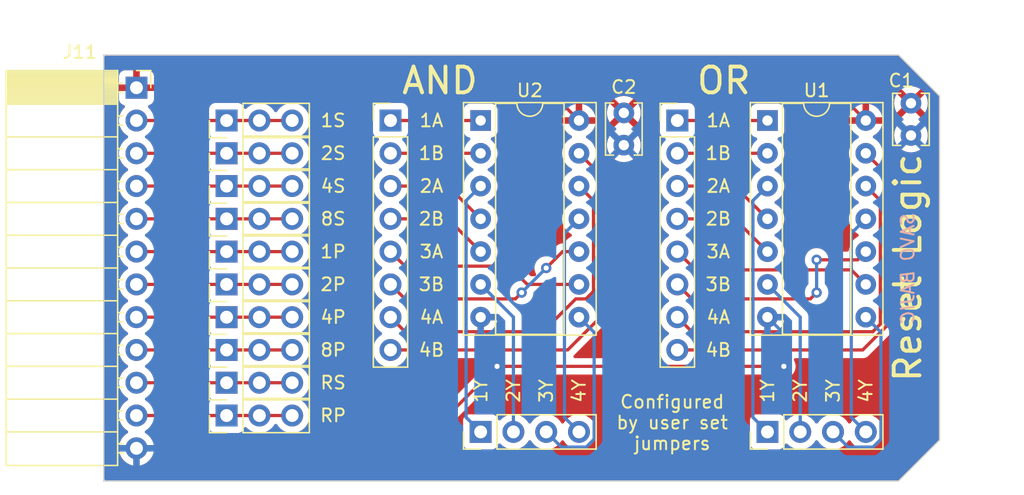
<source format=kicad_pcb>
(kicad_pcb (version 20221018) (generator pcbnew)
  (layers (0 "F.Cu" signal) (31 "B.Cu" signal) (34 "B.Paste" user) (35 "F.Paste" user) (36 "B.SilkS" user "B.Silkscreen") (37 "F.SilkS" user "F.Silkscreen") (38 "B.Mask" user) (39 "F.Mask" user) (44 "Edge.Cuts" user))
  (net 0 "")
  (net 1 "Net-(J1-Pin_1)")
  (net 2 "Net-(J1-Pin_2)")
  (net 3 "Net-(J1-Pin_3)")
  (net 4 "Net-(J1-Pin_4)")
  (net 5 "Net-(J1-Pin_5)")
  (net 6 "Net-(J1-Pin_6)")
  (net 7 "Net-(J1-Pin_7)")
  (net 8 "Net-(J1-Pin_8)")
  (net 9 "Net-(J2-Pin_1)")
  (net 10 "Net-(J2-Pin_2)")
  (net 11 "Net-(J2-Pin_3)")
  (net 12 "Net-(J2-Pin_4)")
  (net 13 "Net-(J2-Pin_5)")
  (net 14 "Net-(J2-Pin_6)")
  (net 15 "Net-(J2-Pin_7)")
  (net 16 "Net-(J2-Pin_8)")
  (net 17 "Net-(J3-Pin_1)")
  (net 18 "Net-(J3-Pin_2)")
  (net 19 "Net-(J3-Pin_3)")
  (net 20 "Net-(J3-Pin_4)")
  (net 21 "Net-(J4-Pin_1)")
  (net 22 "Net-(J4-Pin_2)")
  (net 23 "Net-(J4-Pin_3)")
  (net 24 "Net-(J4-Pin_4)")
  (net 25 "GND")
  (net 26 "VCC")
  (net 27 "/1S")
  (net 28 "/2S")
  (net 29 "/4S")
  (net 30 "/8S")
  (net 31 "/1P")
  (net 32 "/2P")
  (net 33 "/RP")
  (net 34 "/RS")
  (net 35 "/8P")
  (net 36 "/4P")
  (footprint "Connector_PinHeader_2.54mm:PinHeader_1x08_P2.54mm_Vertical" (layer "F.Cu") (at 112.395 85.09)
    (fp_text reference "J1" hide)
    (fp_text value "ORIN" hide)
    (fp_line (start -1.33 -1.33) (end 0 -1.33) (stroke (width 0.12)) (layer "F.SilkS"))
    (fp_line (start -1.33 0) (end -1.33 -1.33) (stroke (width 0.12)) (layer "F.SilkS"))
    (fp_line (start -1.33 1.27) (end -1.33 19.11) (stroke (width 0.12)) (layer "F.SilkS"))
    (fp_line (start -1.33 1.27) (end 1.33 1.27) (stroke (width 0.12)) (layer "F.SilkS"))
    (fp_line (start -1.33 19.11) (end 1.33 19.11) (stroke (width 0.12)) (layer "F.SilkS"))
    (fp_line (start 1.33 1.27) (end 1.33 19.11) (stroke (width 0.12)) (layer "F.SilkS"))
    (pad "1" thru_hole rect (at 0 0) (size 1.7 1.7) (drill 1) (layers "*.Cu" "*.Mask") (net 1 "Net-(J1-Pin_1)"))
    (pad "2" thru_hole oval (at 0 2.54) (size 1.7 1.7) (drill 1) (layers "*.Cu" "*.Mask") (net 2 "Net-(J1-Pin_2)"))
    (pad "3" thru_hole oval (at 0 5.08) (size 1.7 1.7) (drill 1) (layers "*.Cu" "*.Mask") (net 3 "Net-(J1-Pin_3)"))
    (pad "4" thru_hole oval (at 0 7.62) (size 1.7 1.7) (drill 1) (layers "*.Cu" "*.Mask") (net 4 "Net-(J1-Pin_4)"))
    (pad "5" thru_hole oval (at 0 10.16) (size 1.7 1.7) (drill 1) (layers "*.Cu" "*.Mask") (net 5 "Net-(J1-Pin_5)"))
    (pad "6" thru_hole oval (at 0 12.7) (size 1.7 1.7) (drill 1) (layers "*.Cu" "*.Mask") (net 6 "Net-(J1-Pin_6)"))
    (pad "7" thru_hole oval (at 0 15.24) (size 1.7 1.7) (drill 1) (layers "*.Cu" "*.Mask") (net 7 "Net-(J1-Pin_7)"))
    (pad "8" thru_hole oval (at 0 17.78) (size 1.7 1.7) (drill 1) (layers "*.Cu" "*.Mask") (net 8 "Net-(J1-Pin_8)"))
  )
  (footprint "Connector_PinHeader_2.54mm:PinHeader_1x08_P2.54mm_Vertical" (layer "F.Cu") (at 90.17 85.09)
    (fp_text reference "J2" hide)
    (fp_text value "ANDIN" hide)
    (fp_line (start -1.33 -1.33) (end 0 -1.33) (stroke (width 0.12)) (layer "F.SilkS"))
    (fp_line (start -1.33 0) (end -1.33 -1.33) (stroke (width 0.12)) (layer "F.SilkS"))
    (fp_line (start -1.33 1.27) (end -1.33 19.11) (stroke (width 0.12)) (layer "F.SilkS"))
    (fp_line (start -1.33 1.27) (end 1.33 1.27) (stroke (width 0.12)) (layer "F.SilkS"))
    (fp_line (start -1.33 19.11) (end 1.33 19.11) (stroke (width 0.12)) (layer "F.SilkS"))
    (fp_line (start 1.33 1.27) (end 1.33 19.11) (stroke (width 0.12)) (layer "F.SilkS"))
    (pad "1" thru_hole rect (at 0 0) (size 1.7 1.7) (drill 1) (layers "*.Cu" "*.Mask") (net 9 "Net-(J2-Pin_1)"))
    (pad "2" thru_hole oval (at 0 2.54) (size 1.7 1.7) (drill 1) (layers "*.Cu" "*.Mask") (net 10 "Net-(J2-Pin_2)"))
    (pad "3" thru_hole oval (at 0 5.08) (size 1.7 1.7) (drill 1) (layers "*.Cu" "*.Mask") (net 11 "Net-(J2-Pin_3)"))
    (pad "4" thru_hole oval (at 0 7.62) (size 1.7 1.7) (drill 1) (layers "*.Cu" "*.Mask") (net 12 "Net-(J2-Pin_4)"))
    (pad "5" thru_hole oval (at 0 10.16) (size 1.7 1.7) (drill 1) (layers "*.Cu" "*.Mask") (net 13 "Net-(J2-Pin_5)"))
    (pad "6" thru_hole oval (at 0 12.7) (size 1.7 1.7) (drill 1) (layers "*.Cu" "*.Mask") (net 14 "Net-(J2-Pin_6)"))
    (pad "7" thru_hole oval (at 0 15.24) (size 1.7 1.7) (drill 1) (layers "*.Cu" "*.Mask") (net 15 "Net-(J2-Pin_7)"))
    (pad "8" thru_hole oval (at 0 17.78) (size 1.7 1.7) (drill 1) (layers "*.Cu" "*.Mask") (net 16 "Net-(J2-Pin_8)"))
  )
  (footprint "Connector_PinHeader_2.54mm:PinHeader_1x04_P2.54mm_Vertical" (layer "F.Cu") (at 97.155 109.22 90)
    (fp_text reference "J3" hide)
    (fp_text value "ADDOUT" hide)
    (fp_line (start -1.33 -1.33) (end 0 -1.33) (stroke (width 0.12)) (layer "F.SilkS"))
    (fp_line (start -1.33 0) (end -1.33 -1.33) (stroke (width 0.12)) (layer "F.SilkS"))
    (fp_line (start -1.33 1.27) (end -1.33 8.95) (stroke (width 0.12)) (layer "F.SilkS"))
    (fp_line (start -1.33 1.27) (end 1.33 1.27) (stroke (width 0.12)) (layer "F.SilkS"))
    (fp_line (start -1.33 8.95) (end 1.33 8.95) (stroke (width 0.12)) (layer "F.SilkS"))
    (fp_line (start 1.33 1.27) (end 1.33 8.95) (stroke (width 0.12)) (layer "F.SilkS"))
    (pad "1" thru_hole rect (at 0 0 90) (size 1.7 1.7) (drill 1) (layers "*.Cu" "*.Mask") (net 17 "Net-(J3-Pin_1)"))
    (pad "2" thru_hole oval (at 0 2.54 90) (size 1.7 1.7) (drill 1) (layers "*.Cu" "*.Mask") (net 18 "Net-(J3-Pin_2)"))
    (pad "3" thru_hole oval (at 0 5.08 90) (size 1.7 1.7) (drill 1) (layers "*.Cu" "*.Mask") (net 19 "Net-(J3-Pin_3)"))
    (pad "4" thru_hole oval (at 0 7.62 90) (size 1.7 1.7) (drill 1) (layers "*.Cu" "*.Mask") (net 20 "Net-(J3-Pin_4)"))
  )
  (footprint "Connector_PinHeader_2.54mm:PinHeader_1x04_P2.54mm_Vertical" (layer "F.Cu") (at 119.38 109.22 90)
    (fp_text reference "J4" hide)
    (fp_text value "OROUT" hide)
    (fp_line (start -1.33 -1.33) (end 0 -1.33) (stroke (width 0.12)) (layer "F.SilkS"))
    (fp_line (start -1.33 0) (end -1.33 -1.33) (stroke (width 0.12)) (layer "F.SilkS"))
    (fp_line (start -1.33 1.27) (end -1.33 8.95) (stroke (width 0.12)) (layer "F.SilkS"))
    (fp_line (start -1.33 1.27) (end 1.33 1.27) (stroke (width 0.12)) (layer "F.SilkS"))
    (fp_line (start -1.33 8.95) (end 1.33 8.95) (stroke (width 0.12)) (layer "F.SilkS"))
    (fp_line (start 1.33 1.27) (end 1.33 8.95) (stroke (width 0.12)) (layer "F.SilkS"))
    (pad "1" thru_hole rect (at 0 0 90) (size 1.7 1.7) (drill 1) (layers "*.Cu" "*.Mask") (net 21 "Net-(J4-Pin_1)"))
    (pad "2" thru_hole oval (at 0 2.54 90) (size 1.7 1.7) (drill 1) (layers "*.Cu" "*.Mask") (net 22 "Net-(J4-Pin_2)"))
    (pad "3" thru_hole oval (at 0 5.08 90) (size 1.7 1.7) (drill 1) (layers "*.Cu" "*.Mask") (net 23 "Net-(J4-Pin_3)"))
    (pad "4" thru_hole oval (at 0 7.62 90) (size 1.7 1.7) (drill 1) (layers "*.Cu" "*.Mask") (net 24 "Net-(J4-Pin_4)"))
  )
  (footprint "Connector_PinHeader_2.54mm:PinHeader_1x03_P2.54mm_Vertical" (layer "F.Cu") (at 77.47 85.09 90)
    (fp_text reference "J5" hide)
    (fp_text value "Conn_01x03_Male" hide)
    (fp_line (start -1.33 -1.33) (end 0 -1.33) (stroke (width 0.12)) (layer "F.SilkS"))
    (fp_line (start -1.33 0) (end -1.33 -1.33) (stroke (width 0.12)) (layer "F.SilkS"))
    (fp_line (start -1.33 1.27) (end -1.33 6.41) (stroke (width 0.12)) (layer "F.SilkS"))
    (fp_line (start -1.33 1.27) (end 1.33 1.27) (stroke (width 0.12)) (layer "F.SilkS"))
    (fp_line (start -1.33 6.41) (end 1.33 6.41) (stroke (width 0.12)) (layer "F.SilkS"))
    (fp_line (start 1.33 1.27) (end 1.33 6.41) (stroke (width 0.12)) (layer "F.SilkS"))
    (pad "1" thru_hole rect (at 0 0 90) (size 1.7 1.7) (drill 1) (layers "*.Cu" "*.Mask") (net 27 "/1S"))
    (pad "2" thru_hole oval (at 0 2.54 90) (size 1.7 1.7) (drill 1) (layers "*.Cu" "*.Mask") (net 27 "/1S"))
    (pad "3" thru_hole oval (at 0 5.08 90) (size 1.7 1.7) (drill 1) (layers "*.Cu" "*.Mask") (net 27 "/1S"))
  )
  (footprint "Connector_PinHeader_2.54mm:PinHeader_1x03_P2.54mm_Vertical" (layer "F.Cu") (at 77.47 87.63 90)
    (fp_text reference "J6" hide)
    (fp_text value "Conn_01x03_Male" hide)
    (fp_line (start -1.33 -1.33) (end 0 -1.33) (stroke (width 0.12)) (layer "F.SilkS"))
    (fp_line (start -1.33 0) (end -1.33 -1.33) (stroke (width 0.12)) (layer "F.SilkS"))
    (fp_line (start -1.33 1.27) (end -1.33 6.41) (stroke (width 0.12)) (layer "F.SilkS"))
    (fp_line (start -1.33 1.27) (end 1.33 1.27) (stroke (width 0.12)) (layer "F.SilkS"))
    (fp_line (start -1.33 6.41) (end 1.33 6.41) (stroke (width 0.12)) (layer "F.SilkS"))
    (fp_line (start 1.33 1.27) (end 1.33 6.41) (stroke (width 0.12)) (layer "F.SilkS"))
    (pad "1" thru_hole rect (at 0 0 90) (size 1.7 1.7) (drill 1) (layers "*.Cu" "*.Mask") (net 28 "/2S"))
    (pad "2" thru_hole oval (at 0 2.54 90) (size 1.7 1.7) (drill 1) (layers "*.Cu" "*.Mask") (net 28 "/2S"))
    (pad "3" thru_hole oval (at 0 5.08 90) (size 1.7 1.7) (drill 1) (layers "*.Cu" "*.Mask") (net 28 "/2S"))
  )
  (footprint "Connector_PinHeader_2.54mm:PinHeader_1x03_P2.54mm_Vertical" (layer "F.Cu") (at 77.47 90.17 90)
    (fp_text reference "J7" hide)
    (fp_text value "Conn_01x03_Male" hide)
    (fp_line (start -1.33 -1.33) (end 0 -1.33) (stroke (width 0.12)) (layer "F.SilkS"))
    (fp_line (start -1.33 0) (end -1.33 -1.33) (stroke (width 0.12)) (layer "F.SilkS"))
    (fp_line (start -1.33 1.27) (end -1.33 6.41) (stroke (width 0.12)) (layer "F.SilkS"))
    (fp_line (start -1.33 1.27) (end 1.33 1.27) (stroke (width 0.12)) (layer "F.SilkS"))
    (fp_line (start -1.33 6.41) (end 1.33 6.41) (stroke (width 0.12)) (layer "F.SilkS"))
    (fp_line (start 1.33 1.27) (end 1.33 6.41) (stroke (width 0.12)) (layer "F.SilkS"))
    (pad "1" thru_hole rect (at 0 0 90) (size 1.7 1.7) (drill 1) (layers "*.Cu" "*.Mask") (net 29 "/4S"))
    (pad "2" thru_hole oval (at 0 2.54 90) (size 1.7 1.7) (drill 1) (layers "*.Cu" "*.Mask") (net 29 "/4S"))
    (pad "3" thru_hole oval (at 0 5.08 90) (size 1.7 1.7) (drill 1) (layers "*.Cu" "*.Mask") (net 29 "/4S"))
  )
  (footprint "Connector_PinHeader_2.54mm:PinHeader_1x03_P2.54mm_Vertical" (layer "F.Cu") (at 77.47 92.71 90)
    (fp_text reference "J8" hide)
    (fp_text value "Conn_01x03_Male" hide)
    (fp_line (start -1.33 -1.33) (end 0 -1.33) (stroke (width 0.12)) (layer "F.SilkS"))
    (fp_line (start -1.33 0) (end -1.33 -1.33) (stroke (width 0.12)) (layer "F.SilkS"))
    (fp_line (start -1.33 1.27) (end -1.33 6.41) (stroke (width 0.12)) (layer "F.SilkS"))
    (fp_line (start -1.33 1.27) (end 1.33 1.27) (stroke (width 0.12)) (layer "F.SilkS"))
    (fp_line (start -1.33 6.41) (end 1.33 6.41) (stroke (width 0.12)) (layer "F.SilkS"))
    (fp_line (start 1.33 1.27) (end 1.33 6.41) (stroke (width 0.12)) (layer "F.SilkS"))
    (pad "1" thru_hole rect (at 0 0 90) (size 1.7 1.7) (drill 1) (layers "*.Cu" "*.Mask") (net 30 "/8S"))
    (pad "2" thru_hole oval (at 0 2.54 90) (size 1.7 1.7) (drill 1) (layers "*.Cu" "*.Mask") (net 30 "/8S"))
    (pad "3" thru_hole oval (at 0 5.08 90) (size 1.7 1.7) (drill 1) (layers "*.Cu" "*.Mask") (net 30 "/8S"))
  )
  (footprint "Connector_PinHeader_2.54mm:PinHeader_1x03_P2.54mm_Vertical" (layer "F.Cu") (at 77.47 95.25 90)
    (fp_text reference "J9" hide)
    (fp_text value "Conn_01x03_Male" hide)
    (fp_line (start -1.33 -1.33) (end 0 -1.33) (stroke (width 0.12)) (layer "F.SilkS"))
    (fp_line (start -1.33 0) (end -1.33 -1.33) (stroke (width 0.12)) (layer "F.SilkS"))
    (fp_line (start -1.33 1.27) (end -1.33 6.41) (stroke (width 0.12)) (layer "F.SilkS"))
    (fp_line (start -1.33 1.27) (end 1.33 1.27) (stroke (width 0.12)) (layer "F.SilkS"))
    (fp_line (start -1.33 6.41) (end 1.33 6.41) (stroke (width 0.12)) (layer "F.SilkS"))
    (fp_line (start 1.33 1.27) (end 1.33 6.41) (stroke (width 0.12)) (layer "F.SilkS"))
    (pad "1" thru_hole rect (at 0 0 90) (size 1.7 1.7) (drill 1) (layers "*.Cu" "*.Mask") (net 31 "/1P"))
    (pad "2" thru_hole oval (at 0 2.54 90) (size 1.7 1.7) (drill 1) (layers "*.Cu" "*.Mask") (net 31 "/1P"))
    (pad "3" thru_hole oval (at 0 5.08 90) (size 1.7 1.7) (drill 1) (layers "*.Cu" "*.Mask") (net 31 "/1P"))
  )
  (footprint "Connector_PinHeader_2.54mm:PinHeader_1x03_P2.54mm_Vertical" (layer "F.Cu") (at 77.47 97.79 90)
    (fp_text reference "J10" hide)
    (fp_text value "Conn_01x03_Male" hide)
    (fp_line (start -1.33 -1.33) (end 0 -1.33) (stroke (width 0.12)) (layer "F.SilkS"))
    (fp_line (start -1.33 0) (end -1.33 -1.33) (stroke (width 0.12)) (layer "F.SilkS"))
    (fp_line (start -1.33 1.27) (end -1.33 6.41) (stroke (width 0.12)) (layer "F.SilkS"))
    (fp_line (start -1.33 1.27) (end 1.33 1.27) (stroke (width 0.12)) (layer "F.SilkS"))
    (fp_line (start -1.33 6.41) (end 1.33 6.41) (stroke (width 0.12)) (layer "F.SilkS"))
    (fp_line (start 1.33 1.27) (end 1.33 6.41) (stroke (width 0.12)) (layer "F.SilkS"))
    (pad "1" thru_hole rect (at 0 0 90) (size 1.7 1.7) (drill 1) (layers "*.Cu" "*.Mask") (net 32 "/2P"))
    (pad "2" thru_hole oval (at 0 2.54 90) (size 1.7 1.7) (drill 1) (layers "*.Cu" "*.Mask") (net 32 "/2P"))
    (pad "3" thru_hole oval (at 0 5.08 90) (size 1.7 1.7) (drill 1) (layers "*.Cu" "*.Mask") (net 32 "/2P"))
  )
  (footprint "Connector_PinSocket_2.54mm:PinSocket_1x12_P2.54mm_Horizontal" (layer "F.Cu") (at 70.485 82.55)
    (fp_text reference "J11" (at -4.38 -2.77) (layer "F.SilkS"))
    (fp_text value "DISP")
    (fp_line (start -10.09 -1.33) (end -10.09 29.27) (stroke (width 0.12)) (layer "F.SilkS"))
    (fp_line (start -10.09 -1.33) (end -1.46 -1.33) (stroke (width 0.12)) (layer "F.SilkS"))
    (fp_line (start -10.09 -1.21) (end -1.46 -1.21) (stroke (width 0.12)) (layer "F.SilkS"))
    (fp_line (start -10.09 -1.091905) (end -1.46 -1.091905) (stroke (width 0.12)) (layer "F.SilkS"))
    (fp_line (start -10.09 -0.97381) (end -1.46 -0.97381) (stroke (width 0.12)) (layer "F.SilkS"))
    (fp_line (start -10.09 -0.855715) (end -1.46 -0.855715) (stroke (width 0.12)) (layer "F.SilkS"))
    (fp_line (start -10.09 -0.73762) (end -1.46 -0.73762) (stroke (width 0.12)) (layer "F.SilkS"))
    (fp_line (start -10.09 -0.619525) (end -1.46 -0.619525) (stroke (width 0.12)) (layer "F.SilkS"))
    (fp_line (start -10.09 -0.50143) (end -1.46 -0.50143) (stroke (width 0.12)) (layer "F.SilkS"))
    (fp_line (start -10.09 -0.383335) (end -1.46 -0.383335) (stroke (width 0.12)) (layer "F.SilkS"))
    (fp_line (start -10.09 -0.26524) (end -1.46 -0.26524) (stroke (width 0.12)) (layer "F.SilkS"))
    (fp_line (start -10.09 -0.147145) (end -1.46 -0.147145) (stroke (width 0.12)) (layer "F.SilkS"))
    (fp_line (start -10.09 -0.02905) (end -1.46 -0.02905) (stroke (width 0.12)) (layer "F.SilkS"))
    (fp_line (start -10.09 0.089045) (end -1.46 0.089045) (stroke (width 0.12)) (layer "F.SilkS"))
    (fp_line (start -10.09 0.20714) (end -1.46 0.20714) (stroke (width 0.12)) (layer "F.SilkS"))
    (fp_line (start -10.09 0.325235) (end -1.46 0.325235) (stroke (width 0.12)) (layer "F.SilkS"))
    (fp_line (start -10.09 0.44333) (end -1.46 0.44333) (stroke (width 0.12)) (layer "F.SilkS"))
    (fp_line (start -10.09 0.561425) (end -1.46 0.561425) (stroke (width 0.12)) (layer "F.SilkS"))
    (fp_line (start -10.09 0.67952) (end -1.46 0.67952) (stroke (width 0.12)) (layer "F.SilkS"))
    (fp_line (start -10.09 0.797615) (end -1.46 0.797615) (stroke (width 0.12)) (layer "F.SilkS"))
    (fp_line (start -10.09 0.91571) (end -1.46 0.91571) (stroke (width 0.12)) (layer "F.SilkS"))
    (fp_line (start -10.09 1.033805) (end -1.46 1.033805) (stroke (width 0.12)) (layer "F.SilkS"))
    (fp_line (start -10.09 1.1519) (end -1.46 1.1519) (stroke (width 0.12)) (layer "F.SilkS"))
    (fp_line (start -10.09 1.27) (end -1.46 1.27) (stroke (width 0.12)) (layer "F.SilkS"))
    (fp_line (start -10.09 3.81) (end -1.46 3.81) (stroke (width 0.12)) (layer "F.SilkS"))
    (fp_line (start -10.09 6.35) (end -1.46 6.35) (stroke (width 0.12)) (layer "F.SilkS"))
    (fp_line (start -10.09 8.89) (end -1.46 8.89) (stroke (width 0.12)) (layer "F.SilkS"))
    (fp_line (start -10.09 11.43) (end -1.46 11.43) (stroke (width 0.12)) (layer "F.SilkS"))
    (fp_line (start -10.09 13.97) (end -1.46 13.97) (stroke (width 0.12)) (layer "F.SilkS"))
    (fp_line (start -10.09 16.51) (end -1.46 16.51) (stroke (width 0.12)) (layer "F.SilkS"))
    (fp_line (start -10.09 19.05) (end -1.46 19.05) (stroke (width 0.12)) (layer "F.SilkS"))
    (fp_line (start -10.09 21.59) (end -1.46 21.59) (stroke (width 0.12)) (layer "F.SilkS"))
    (fp_line (start -10.09 24.13) (end -1.46 24.13) (stroke (width 0.12)) (layer "F.SilkS"))
    (fp_line (start -10.09 26.67) (end -1.46 26.67) (stroke (width 0.12)) (layer "F.SilkS"))
    (fp_line (start -10.09 29.27) (end -1.46 29.27) (stroke (width 0.12)) (layer "F.SilkS"))
    (fp_line (start -1.46 -1.33) (end -1.46 29.27) (stroke (width 0.12)) (layer "F.SilkS"))
    (fp_line (start -1.46 -0.36) (end -1.11 -0.36) (stroke (width 0.12)) (layer "F.SilkS"))
    (fp_line (start -1.46 0.36) (end -1.11 0.36) (stroke (width 0.12)) (layer "F.SilkS"))
    (fp_line (start -1.46 2.18) (end -1.05 2.18) (stroke (width 0.12)) (layer "F.SilkS"))
    (fp_line (start -1.46 2.9) (end -1.05 2.9) (stroke (width 0.12)) (layer "F.SilkS"))
    (fp_line (start -1.46 4.72) (end -1.05 4.72) (stroke (width 0.12)) (layer "F.SilkS"))
    (fp_line (start -1.46 5.44) (end -1.05 5.44) (stroke (width 0.12)) (layer "F.SilkS"))
    (fp_line (start -1.46 7.26) (end -1.05 7.26) (stroke (width 0.12)) (layer "F.SilkS"))
    (fp_line (start -1.46 7.98) (end -1.05 7.98) (stroke (width 0.12)) (layer "F.SilkS"))
    (fp_line (start -1.46 9.8) (end -1.05 9.8) (stroke (width 0.12)) (layer "F.SilkS"))
    (fp_line (start -1.46 10.52) (end -1.05 10.52) (stroke (width 0.12)) (layer "F.SilkS"))
    (fp_line (start -1.46 12.34) (end -1.05 12.34) (stroke (width 0.12)) (layer "F.SilkS"))
    (fp_line (start -1.46 13.06) (end -1.05 13.06) (stroke (width 0.12)) (layer "F.SilkS"))
    (fp_line (start -1.46 14.88) (end -1.05 14.88) (stroke (width 0.12)) (layer "F.SilkS"))
    (fp_line (start -1.46 15.6) (end -1.05 15.6) (stroke (width 0.12)) (layer "F.SilkS"))
    (fp_line (start -1.46 17.42) (end -1.05 17.42) (stroke (width 0.12)) (layer "F.SilkS"))
    (fp_line (start -1.46 18.14) (end -1.05 18.14) (stroke (width 0.12)) (layer "F.SilkS"))
    (fp_line (start -1.46 19.96) (end -1.05 19.96) (stroke (width 0.12)) (layer "F.SilkS"))
    (fp_line (start -1.46 20.68) (end -1.05 20.68) (stroke (width 0.12)) (layer "F.SilkS"))
    (fp_line (start -1.46 22.5) (end -1.05 22.5) (stroke (width 0.12)) (layer "F.SilkS"))
    (fp_line (start -1.46 23.22) (end -1.05 23.22) (stroke (width 0.12)) (layer "F.SilkS"))
    (fp_line (start -1.46 25.04) (end -1.05 25.04) (stroke (width 0.12)) (layer "F.SilkS"))
    (fp_line (start -1.46 25.76) (end -1.05 25.76) (stroke (width 0.12)) (layer "F.SilkS"))
    (fp_line (start -1.46 27.58) (end -1.05 27.58) (stroke (width 0.12)) (layer "F.SilkS"))
    (fp_line (start -1.46 28.3) (end -1.05 28.3) (stroke (width 0.12)) (layer "F.SilkS"))
    (fp_line (start 0 -1.33) (end 1.11 -1.33) (stroke (width 0.12)) (layer "F.SilkS"))
    (fp_line (start 1.11 -1.33) (end 1.11 0) (stroke (width 0.12)) (layer "F.SilkS"))
    (pad "1" thru_hole rect (at 0 0) (size 1.7 1.7) (drill 1) (layers "*.Cu" "*.Mask") (net 26 "VCC"))
    (pad "2" thru_hole oval (at 0 2.54) (size 1.7 1.7) (drill 1) (layers "*.Cu" "*.Mask") (net 27 "/1S"))
    (pad "3" thru_hole oval (at 0 5.08) (size 1.7 1.7) (drill 1) (layers "*.Cu" "*.Mask") (net 28 "/2S"))
    (pad "4" thru_hole oval (at 0 7.62) (size 1.7 1.7) (drill 1) (layers "*.Cu" "*.Mask") (net 29 "/4S"))
    (pad "5" thru_hole oval (at 0 10.16) (size 1.7 1.7) (drill 1) (layers "*.Cu" "*.Mask") (net 30 "/8S"))
    (pad "6" thru_hole oval (at 0 12.7) (size 1.7 1.7) (drill 1) (layers "*.Cu" "*.Mask") (net 31 "/1P"))
    (pad "7" thru_hole oval (at 0 15.24) (size 1.7 1.7) (drill 1) (layers "*.Cu" "*.Mask") (net 32 "/2P"))
    (pad "8" thru_hole oval (at 0 17.78) (size 1.7 1.7) (drill 1) (layers "*.Cu" "*.Mask") (net 36 "/4P"))
    (pad "9" thru_hole oval (at 0 20.32) (size 1.7 1.7) (drill 1) (layers "*.Cu" "*.Mask") (net 35 "/8P"))
    (pad "10" thru_hole oval (at 0 22.86) (size 1.7 1.7) (drill 1) (layers "*.Cu" "*.Mask") (net 34 "/RS"))
    (pad "11" thru_hole oval (at 0 25.4) (size 1.7 1.7) (drill 1) (layers "*.Cu" "*.Mask") (net 33 "/RP"))
    (pad "12" thru_hole oval (at 0 27.94) (size 1.7 1.7) (drill 1) (layers "*.Cu" "*.Mask") (net 25 "GND"))
  )
  (footprint "Connector_PinHeader_2.54mm:PinHeader_1x03_P2.54mm_Vertical" (layer "F.Cu") (at 77.47 100.33 90)
    (fp_text reference "J12" hide)
    (fp_text value "Conn_01x03_Male" hide)
    (fp_line (start -1.33 -1.33) (end 0 -1.33) (stroke (width 0.12)) (layer "F.SilkS"))
    (fp_line (start -1.33 0) (end -1.33 -1.33) (stroke (width 0.12)) (layer "F.SilkS"))
    (fp_line (start -1.33 1.27) (end -1.33 6.41) (stroke (width 0.12)) (layer "F.SilkS"))
    (fp_line (start -1.33 1.27) (end 1.33 1.27) (stroke (width 0.12)) (layer "F.SilkS"))
    (fp_line (start -1.33 6.41) (end 1.33 6.41) (stroke (width 0.12)) (layer "F.SilkS"))
    (fp_line (start 1.33 1.27) (end 1.33 6.41) (stroke (width 0.12)) (layer "F.SilkS"))
    (pad "1" thru_hole rect (at 0 0 90) (size 1.7 1.7) (drill 1) (layers "*.Cu" "*.Mask") (net 36 "/4P"))
    (pad "2" thru_hole oval (at 0 2.54 90) (size 1.7 1.7) (drill 1) (layers "*.Cu" "*.Mask") (net 36 "/4P"))
    (pad "3" thru_hole oval (at 0 5.08 90) (size 1.7 1.7) (drill 1) (layers "*.Cu" "*.Mask") (net 36 "/4P"))
  )
  (footprint "Connector_PinHeader_2.54mm:PinHeader_1x03_P2.54mm_Vertical" (layer "F.Cu") (at 77.47 102.87 90)
    (fp_text reference "J13" hide)
    (fp_text value "Conn_01x03_Male" hide)
    (fp_line (start -1.33 -1.33) (end 0 -1.33) (stroke (width 0.12)) (layer "F.SilkS"))
    (fp_line (start -1.33 0) (end -1.33 -1.33) (stroke (width 0.12)) (layer "F.SilkS"))
    (fp_line (start -1.33 1.27) (end -1.33 6.41) (stroke (width 0.12)) (layer "F.SilkS"))
    (fp_line (start -1.33 1.27) (end 1.33 1.27) (stroke (width 0.12)) (layer "F.SilkS"))
    (fp_line (start -1.33 6.41) (end 1.33 6.41) (stroke (width 0.12)) (layer "F.SilkS"))
    (fp_line (start 1.33 1.27) (end 1.33 6.41) (stroke (width 0.12)) (layer "F.SilkS"))
    (pad "1" thru_hole rect (at 0 0 90) (size 1.7 1.7) (drill 1) (layers "*.Cu" "*.Mask") (net 35 "/8P"))
    (pad "2" thru_hole oval (at 0 2.54 90) (size 1.7 1.7) (drill 1) (layers "*.Cu" "*.Mask") (net 35 "/8P"))
    (pad "3" thru_hole oval (at 0 5.08 90) (size 1.7 1.7) (drill 1) (layers "*.Cu" "*.Mask") (net 35 "/8P"))
  )
  (footprint "Connector_PinHeader_2.54mm:PinHeader_1x03_P2.54mm_Vertical" (layer "F.Cu") (at 77.47 105.41 90)
    (fp_text reference "J14" hide)
    (fp_text value "Conn_01x03_Male" hide)
    (fp_line (start -1.33 -1.33) (end 0 -1.33) (stroke (width 0.12)) (layer "F.SilkS"))
    (fp_line (start -1.33 0) (end -1.33 -1.33) (stroke (width 0.12)) (layer "F.SilkS"))
    (fp_line (start -1.33 1.27) (end -1.33 6.41) (stroke (width 0.12)) (layer "F.SilkS"))
    (fp_line (start -1.33 1.27) (end 1.33 1.27) (stroke (width 0.12)) (layer "F.SilkS"))
    (fp_line (start -1.33 6.41) (end 1.33 6.41) (stroke (width 0.12)) (layer "F.SilkS"))
    (fp_line (start 1.33 1.27) (end 1.33 6.41) (stroke (width 0.12)) (layer "F.SilkS"))
    (pad "1" thru_hole rect (at 0 0 90) (size 1.7 1.7) (drill 1) (layers "*.Cu" "*.Mask") (net 34 "/RS"))
    (pad "2" thru_hole oval (at 0 2.54 90) (size 1.7 1.7) (drill 1) (layers "*.Cu" "*.Mask") (net 34 "/RS"))
    (pad "3" thru_hole oval (at 0 5.08 90) (size 1.7 1.7) (drill 1) (layers "*.Cu" "*.Mask") (net 34 "/RS"))
  )
  (footprint "Connector_PinHeader_2.54mm:PinHeader_1x03_P2.54mm_Vertical" (layer "F.Cu") (at 77.47 107.95 90)
    (fp_text reference "J15" hide)
    (fp_text value "Conn_01x03_Male" hide)
    (fp_line (start -1.33 -1.33) (end 0 -1.33) (stroke (width 0.12)) (layer "F.SilkS"))
    (fp_line (start -1.33 0) (end -1.33 -1.33) (stroke (width 0.12)) (layer "F.SilkS"))
    (fp_line (start -1.33 1.27) (end -1.33 6.41) (stroke (width 0.12)) (layer "F.SilkS"))
    (fp_line (start -1.33 1.27) (end 1.33 1.27) (stroke (width 0.12)) (layer "F.SilkS"))
    (fp_line (start -1.33 6.41) (end 1.33 6.41) (stroke (width 0.12)) (layer "F.SilkS"))
    (fp_line (start 1.33 1.27) (end 1.33 6.41) (stroke (width 0.12)) (layer "F.SilkS"))
    (pad "1" thru_hole rect (at 0 0 90) (size 1.7 1.7) (drill 1) (layers "*.Cu" "*.Mask") (net 33 "/RP"))
    (pad "2" thru_hole oval (at 0 2.54 90) (size 1.7 1.7) (drill 1) (layers "*.Cu" "*.Mask") (net 33 "/RP"))
    (pad "3" thru_hole oval (at 0 5.08 90) (size 1.7 1.7) (drill 1) (layers "*.Cu" "*.Mask") (net 33 "/RP"))
  )
  (footprint "Package_DIP:DIP-14_W7.62mm_Socket" (layer "F.Cu") (at 119.38 85.09)
    (fp_text reference "U1" (at 3.81 -2.33) (layer "F.SilkS"))
    (fp_text value "74LS32")
    (fp_line (start -1.33 -1.39) (end -1.33 16.63) (stroke (width 0.12)) (layer "F.SilkS"))
    (fp_line (start -1.33 16.63) (end 8.95 16.63) (stroke (width 0.12)) (layer "F.SilkS"))
    (fp_line (start 1.16 -1.33) (end 1.16 16.57) (stroke (width 0.12)) (layer "F.SilkS"))
    (fp_line (start 1.16 16.57) (end 6.46 16.57) (stroke (width 0.12)) (layer "F.SilkS"))
    (fp_line (start 2.81 -1.33) (end 1.16 -1.33) (stroke (width 0.12)) (layer "F.SilkS"))
    (fp_line (start 6.46 -1.33) (end 4.81 -1.33) (stroke (width 0.12)) (layer "F.SilkS"))
    (fp_line (start 6.46 16.57) (end 6.46 -1.33) (stroke (width 0.12)) (layer "F.SilkS"))
    (fp_line (start 8.95 -1.39) (end -1.33 -1.39) (stroke (width 0.12)) (layer "F.SilkS"))
    (fp_line (start 8.95 16.63) (end 8.95 -1.39) (stroke (width 0.12)) (layer "F.SilkS"))
    (fp_arc (start 4.81 -1.33) (mid 3.81 -0.33) (end 2.81 -1.33) (stroke (width 0.12)) (layer "F.SilkS"))
    (pad "1" thru_hole rect (at 0 0) (size 1.6 1.6) (drill 0.8) (layers "*.Cu" "*.Mask") (net 1 "Net-(J1-Pin_1)"))
    (pad "2" thru_hole oval (at 0 2.54) (size 1.6 1.6) (drill 0.8) (layers "*.Cu" "*.Mask") (net 2 "Net-(J1-Pin_2)"))
    (pad "3" thru_hole oval (at 0 5.08) (size 1.6 1.6) (drill 0.8) (layers "*.Cu" "*.Mask") (net 21 "Net-(J4-Pin_1)"))
    (pad "4" thru_hole oval (at 0 7.62) (size 1.6 1.6) (drill 0.8) (layers "*.Cu" "*.Mask") (net 3 "Net-(J1-Pin_3)"))
    (pad "5" thru_hole oval (at 0 10.16) (size 1.6 1.6) (drill 0.8) (layers "*.Cu" "*.Mask") (net 4 "Net-(J1-Pin_4)"))
    (pad "6" thru_hole oval (at 0 12.7) (size 1.6 1.6) (drill 0.8) (layers "*.Cu" "*.Mask") (net 22 "Net-(J4-Pin_2)"))
    (pad "7" thru_hole oval (at 0 15.24) (size 1.6 1.6) (drill 0.8) (layers "*.Cu" "*.Mask") (net 25 "GND"))
    (pad "8" thru_hole oval (at 7.62 15.24) (size 1.6 1.6) (drill 0.8) (layers "*.Cu" "*.Mask") (net 23 "Net-(J4-Pin_3)"))
    (pad "9" thru_hole oval (at 7.62 12.7) (size 1.6 1.6) (drill 0.8) (layers "*.Cu" "*.Mask") (net 5 "Net-(J1-Pin_5)"))
    (pad "10" thru_hole oval (at 7.62 10.16) (size 1.6 1.6) (drill 0.8) (layers "*.Cu" "*.Mask") (net 6 "Net-(J1-Pin_6)"))
    (pad "11" thru_hole oval (at 7.62 7.62) (size 1.6 1.6) (drill 0.8) (layers "*.Cu" "*.Mask") (net 24 "Net-(J4-Pin_4)"))
    (pad "12" thru_hole oval (at 7.62 5.08) (size 1.6 1.6) (drill 0.8) (layers "*.Cu" "*.Mask") (net 7 "Net-(J1-Pin_7)"))
    (pad "13" thru_hole oval (at 7.62 2.54) (size 1.6 1.6) (drill 0.8) (layers "*.Cu" "*.Mask") (net 8 "Net-(J1-Pin_8)"))
    (pad "14" thru_hole oval (at 7.62 0) (size 1.6 1.6) (drill 0.8) (layers "*.Cu" "*.Mask") (net 26 "VCC"))
  )
  (footprint "Package_DIP:DIP-14_W7.62mm_Socket" (layer "F.Cu") (at 97.155 85.09)
    (fp_text reference "U2" (at 3.81 -2.33) (layer "F.SilkS"))
    (fp_text value "74LS08")
    (fp_line (start -1.33 -1.39) (end -1.33 16.63) (stroke (width 0.12)) (layer "F.SilkS"))
    (fp_line (start -1.33 16.63) (end 8.95 16.63) (stroke (width 0.12)) (layer "F.SilkS"))
    (fp_line (start 1.16 -1.33) (end 1.16 16.57) (stroke (width 0.12)) (layer "F.SilkS"))
    (fp_line (start 1.16 16.57) (end 6.46 16.57) (stroke (width 0.12)) (layer "F.SilkS"))
    (fp_line (start 2.81 -1.33) (end 1.16 -1.33) (stroke (width 0.12)) (layer "F.SilkS"))
    (fp_line (start 6.46 -1.33) (end 4.81 -1.33) (stroke (width 0.12)) (layer "F.SilkS"))
    (fp_line (start 6.46 16.57) (end 6.46 -1.33) (stroke (width 0.12)) (layer "F.SilkS"))
    (fp_line (start 8.95 -1.39) (end -1.33 -1.39) (stroke (width 0.12)) (layer "F.SilkS"))
    (fp_line (start 8.95 16.63) (end 8.95 -1.39) (stroke (width 0.12)) (layer "F.SilkS"))
    (fp_arc (start 4.81 -1.33) (mid 3.81 -0.33) (end 2.81 -1.33) (stroke (width 0.12)) (layer "F.SilkS"))
    (pad "1" thru_hole rect (at 0 0) (size 1.6 1.6) (drill 0.8) (layers "*.Cu" "*.Mask") (net 9 "Net-(J2-Pin_1)"))
    (pad "2" thru_hole oval (at 0 2.54) (size 1.6 1.6) (drill 0.8) (layers "*.Cu" "*.Mask") (net 10 "Net-(J2-Pin_2)"))
    (pad "3" thru_hole oval (at 0 5.08) (size 1.6 1.6) (drill 0.8) (layers "*.Cu" "*.Mask") (net 17 "Net-(J3-Pin_1)"))
    (pad "4" thru_hole oval (at 0 7.62) (size 1.6 1.6) (drill 0.8) (layers "*.Cu" "*.Mask") (net 11 "Net-(J2-Pin_3)"))
    (pad "5" thru_hole oval (at 0 10.16) (size 1.6 1.6) (drill 0.8) (layers "*.Cu" "*.Mask") (net 12 "Net-(J2-Pin_4)"))
    (pad "6" thru_hole oval (at 0 12.7) (size 1.6 1.6) (drill 0.8) (layers "*.Cu" "*.Mask") (net 18 "Net-(J3-Pin_2)"))
    (pad "7" thru_hole oval (at 0 15.24) (size 1.6 1.6) (drill 0.8) (layers "*.Cu" "*.Mask") (net 25 "GND"))
    (pad "8" thru_hole oval (at 7.62 15.24) (size 1.6 1.6) (drill 0.8) (layers "*.Cu" "*.Mask") (net 19 "Net-(J3-Pin_3)"))
    (pad "9" thru_hole oval (at 7.62 12.7) (size 1.6 1.6) (drill 0.8) (layers "*.Cu" "*.Mask") (net 13 "Net-(J2-Pin_5)"))
    (pad "10" thru_hole oval (at 7.62 10.16) (size 1.6 1.6) (drill 0.8) (layers "*.Cu" "*.Mask") (net 14 "Net-(J2-Pin_6)"))
    (pad "11" thru_hole oval (at 7.62 7.62) (size 1.6 1.6) (drill 0.8) (layers "*.Cu" "*.Mask") (net 20 "Net-(J3-Pin_4)"))
    (pad "12" thru_hole oval (at 7.62 5.08) (size 1.6 1.6) (drill 0.8) (layers "*.Cu" "*.Mask") (net 15 "Net-(J2-Pin_7)"))
    (pad "13" thru_hole oval (at 7.62 2.54) (size 1.6 1.6) (drill 0.8) (layers "*.Cu" "*.Mask") (net 16 "Net-(J2-Pin_8)"))
    (pad "14" thru_hole oval (at 7.62 0) (size 1.6 1.6) (drill 0.8) (layers "*.Cu" "*.Mask") (net 26 "VCC"))
  )
  (footprint "Capacitor_THT:C_Disc_D3.8mm_W2.6mm_P2.50mm" (layer "F.Cu") (at 108.25 84.5 -90)
    (fp_text reference "C2" (at -2 0 -180) (layer "F.SilkS"))
    (fp_text value "100n")
    (fp_line (start -0.77 -1.42) (end -0.77 -0.795) (stroke (width 0.12)) (layer "F.SilkS"))
    (fp_line (start -0.77 -1.42) (end 3.27 -1.42) (stroke (width 0.12)) (layer "F.SilkS"))
    (fp_line (start -0.77 0.795) (end -0.77 1.42) (stroke (width 0.12)) (layer "F.SilkS"))
    (fp_line (start -0.77 1.42) (end 3.27 1.42) (stroke (width 0.12)) (layer "F.SilkS"))
    (fp_line (start 3.27 -1.42) (end 3.27 -0.795) (stroke (width 0.12)) (layer "F.SilkS"))
    (fp_line (start 3.27 0.795) (end 3.27 1.42) (stroke (width 0.12)) (layer "F.SilkS"))
    (pad "1" thru_hole circle (at 0 0 270) (size 1.6 1.6) (drill 0.8) (layers "*.Cu" "*.Mask") (net 26 "VCC"))
    (pad "2" thru_hole circle (at 2.5 0 270) (size 1.6 1.6) (drill 0.8) (layers "*.Cu" "*.Mask") (net 25 "GND"))
  )
  (footprint "Capacitor_THT:C_Disc_D3.8mm_W2.6mm_P2.50mm" (layer "F.Cu") (at 130.5 83.75 -90)
    (fp_text reference "C1" (at -1.75 0.75 -180) (layer "F.SilkS"))
    (fp_text value "100n")
    (fp_line (start -0.77 -1.42) (end -0.77 -0.795) (stroke (width 0.12)) (layer "F.SilkS"))
    (fp_line (start -0.77 -1.42) (end 3.27 -1.42) (stroke (width 0.12)) (layer "F.SilkS"))
    (fp_line (start -0.77 0.795) (end -0.77 1.42) (stroke (width 0.12)) (layer "F.SilkS"))
    (fp_line (start -0.77 1.42) (end 3.27 1.42) (stroke (width 0.12)) (layer "F.SilkS"))
    (fp_line (start 3.27 -1.42) (end 3.27 -0.795) (stroke (width 0.12)) (layer "F.SilkS"))
    (fp_line (start 3.27 0.795) (end 3.27 1.42) (stroke (width 0.12)) (layer "F.SilkS"))
    (pad "1" thru_hole circle (at 0 0 270) (size 1.6 1.6) (drill 0.8) (layers "*.Cu" "*.Mask") (net 26 "VCC"))
    (pad "2" thru_hole circle (at 2.5 0 270) (size 1.6 1.6) (drill 0.8) (layers "*.Cu" "*.Mask") (net 25 "GND"))
  )
  (gr_line (start 132.715 109.855) (end 129.54 113.03) (stroke (width 0.1)) (layer "Edge.Cuts"))
  (gr_line (start 67.945 80.01) (end 67.945 113.03) (stroke (width 0.1)) (layer "Edge.Cuts"))
  (gr_line (start 132.715 83.185) (end 132.715 109.855) (stroke (width 0.1)) (layer "Edge.Cuts"))
  (gr_line (start 67.945 80.01) (end 129.54 80.01) (stroke (width 0.1)) (layer "Edge.Cuts"))
  (gr_line (start 129.54 80.01) (end 132.715 83.185) (stroke (width 0.1)) (layer "Edge.Cuts"))
  (gr_line (start 67.945 113.03) (end 129.54 113.03) (stroke (width 0.1)) (layer "Edge.Cuts"))
  (gr_text "SAVO BAJIC" (at 130.25 96.5 90) (layer "B.SilkS") (effects (font (size 1 1) (thickness 0.15) italic) (justify mirror)))
  (gr_text "3B" (at 115.57 97.79) (layer "F.SilkS") (effects (font (size 1 1))))
  (gr_text "2A" (at 115.57 90.17) (layer "F.SilkS") (effects (font (size 1 1))))
  (gr_text "1B" (at 115.57 87.63) (layer "F.SilkS") (effects (font (size 1 1))))
  (gr_text "3A" (at 115.57 95.25) (layer "F.SilkS") (effects (font (size 1 1))))
  (gr_text "4A" (at 115.57 100.33) (layer "F.SilkS") (effects (font (size 1 1))))
  (gr_text "1A" (at 115.57 85.09) (layer "F.SilkS") (effects (font (size 1 1))))
  (gr_text "2B" (at 115.57 92.71) (layer "F.SilkS") (effects (font (size 1 1))))
  (gr_text "4B" (at 115.57 102.87) (layer "F.SilkS") (effects (font (size 1 1))))
  (gr_text "3Y" (at 124.46 106.045 90) (layer "F.SilkS") (effects (font (size 1 1))))
  (gr_text "2Y" (at 121.92 106.045 90) (layer "F.SilkS") (effects (font (size 1 1))))
  (gr_text "4Y" (at 127 106.045 90) (layer "F.SilkS") (effects (font (size 1 1))))
  (gr_text "1Y" (at 119.38 106.045 90) (layer "F.SilkS") (effects (font (size 1 1))))
  (gr_text "1A" (at 93.345 85.09) (layer "F.SilkS") (effects (font (size 1 1))))
  (gr_text "3B" (at 93.345 97.79) (layer "F.SilkS") (effects (font (size 1 1))))
  (gr_text "1P" (at 85.725 95.25) (layer "F.SilkS") (effects (font (size 1 1))))
  (gr_text "RP" (at 85.725 107.95) (layer "F.SilkS") (effects (font (size 1 1))))
  (gr_text "AND" (at 94 82) (layer "F.SilkS") (effects (font (size 2 2) (thickness 0.3))))
  (gr_text "2Y" (at 99.695 106.045 90) (layer "F.SilkS") (effects (font (size 1 1))))
  (gr_text "1S" (at 85.725 85.09) (layer "F.SilkS") (effects (font (size 1 1))))
  (gr_text "4P" (at 85.725 100.33) (layer "F.SilkS") (effects (font (size 1 1))))
  (gr_text "1Y" (at 97.155 106.045 90) (layer "F.SilkS") (effects (font (size 1 1))))
  (gr_text "2A" (at 93.345 90.17) (layer "F.SilkS") (effects (font (size 1 1))))
  (gr_text "Reset Logic" (at 130.25 96.5 90) (layer "F.SilkS") (effects (font (size 2 2) (thickness 0.3))))
  (gr_text "Configured\nby user set\njumpers" (at 112 108.5) (layer "F.SilkS") (effects (font (size 1 1))))
  (gr_text "4S" (at 85.725 90.17) (layer "F.SilkS") (effects (font (size 1 1))))
  (gr_text "RS" (at 85.725 105.41) (layer "F.SilkS") (effects (font (size 1 1))))
  (gr_text "2P" (at 85.725 97.79) (layer "F.SilkS") (effects (font (size 1 1))))
  (gr_text "2S" (at 85.725 87.63) (layer "F.SilkS") (effects (font (size 1 1))))
  (gr_text "4A" (at 93.345 100.33) (layer "F.SilkS") (effects (font (size 1 1))))
  (gr_text "3A" (at 93.345 95.25) (layer "F.SilkS") (effects (font (size 1 1))))
  (gr_text "4B" (at 93.345 102.87) (layer "F.SilkS") (effects (font (size 1 1))))
  (gr_text "3Y" (at 102.235 106.045 90) (layer "F.SilkS") (effects (font (size 1 1))))
  (gr_text "8S" (at 85.725 92.71) (layer "F.SilkS") (effects (font (size 1 1))))
  (gr_text "2B" (at 93.345 92.71) (layer "F.SilkS") (effects (font (size 1 1))))
  (gr_text "4Y" (at 104.775 106.045 90) (layer "F.SilkS") (effects (font (size 1 1))))
  (gr_text "8P" (at 85.725 102.87) (layer "F.SilkS") (effects (font (size 1 1))))
  (gr_text "OR" (at 116 82) (layer "F.SilkS") (effects (font (size 2 2) (thickness 0.3))))
  (gr_text "1B" (at 93.345 87.63) (layer "F.SilkS") (effects (font (size 1 1))))
  (segment (start 112.395 85.09) (end 119.38 85.09) (width 0.25) (layer "F.Cu") (net 1))
  (segment (start 119.38 87.63) (end 112.395 87.63) (width 0.25) (layer "F.Cu") (net 2))
  (segment (start 116.84 90.17) (end 119.38 92.71) (width 0.25) (layer "F.Cu") (net 3))
  (segment (start 112.395 90.17) (end 116.84 90.17) (width 0.25) (layer "F.Cu") (net 3))
  (segment (start 112.395 92.71) (end 116.84 92.71) (width 0.25) (layer "F.Cu") (net 4))
  (segment (start 116.84 92.71) (end 119.38 95.25) (width 0.25) (layer "F.Cu") (net 4))
  (segment (start 125.874999 96.664999) (end 127 97.79) (width 0.25) (layer "F.Cu") (net 5))
  (segment (start 112.395 95.25) (end 113.809999 96.664999) (width 0.25) (layer "F.Cu") (net 5))
  (segment (start 113.809999 96.664999) (end 125.874999 96.664999) (width 0.25) (layer "F.Cu") (net 5))
  (segment (start 122.699999 98.915001) (end 123.19 98.425) (width 0.25) (layer "F.Cu") (net 6))
  (segment (start 112.395 97.79) (end 113.520001 98.915001) (width 0.25) (layer "F.Cu") (net 6))
  (segment (start 123.19 95.885) (end 126.365 95.885) (width 0.25) (layer "F.Cu") (net 6))
  (segment (start 113.520001 98.915001) (end 122.699999 98.915001) (width 0.25) (layer "F.Cu") (net 6))
  (segment (start 126.365 95.885) (end 127 95.25) (width 0.25) (layer "F.Cu") (net 6))
  (via (at 123.19 98.425) (size 0.8) (drill 0.4) (layers "F.Cu" "B.Cu") (net 6))
  (via (at 123.19 95.885) (size 0.8) (drill 0.4) (layers "F.Cu" "B.Cu") (net 6))
  (segment (start 123.19 98.425) (end 123.19 95.885) (width 0.25) (layer "B.Cu") (net 6))
  (segment (start 113.520001 101.455001) (end 127.540001 101.455001) (width 0.25) (layer "F.Cu") (net 7))
  (segment (start 128.125001 100.870001) (end 128.125001 91.295001) (width 0.25) (layer "F.Cu") (net 7))
  (segment (start 128.125001 91.295001) (end 127 90.17) (width 0.25) (layer "F.Cu") (net 7))
  (segment (start 112.395 100.33) (end 113.520001 101.455001) (width 0.25) (layer "F.Cu") (net 7))
  (segment (start 127.540001 101.455001) (end 128.125001 100.870001) (width 0.25) (layer "F.Cu") (net 7))
  (segment (start 126.761412 102.87) (end 112.395 102.87) (width 0.25) (layer "F.Cu") (net 8))
  (segment (start 127 87.63) (end 128.57501 89.20501) (width 0.25) (layer "F.Cu") (net 8))
  (segment (start 128.57501 89.20501) (end 128.57501 101.056402) (width 0.25) (layer "F.Cu") (net 8))
  (segment (start 128.57501 101.056402) (end 126.761412 102.87) (width 0.25) (layer "F.Cu") (net 8))
  (segment (start 90.17 85.09) (end 97.155 85.09) (width 0.25) (layer "F.Cu") (net 9))
  (segment (start 90.17 87.63) (end 97.155 87.63) (width 0.25) (layer "F.Cu") (net 10))
  (segment (start 90.17 90.17) (end 94.615 90.17) (width 0.25) (layer "F.Cu") (net 11))
  (segment (start 94.615 90.17) (end 97.155 92.71) (width 0.25) (layer "F.Cu") (net 11))
  (segment (start 90.17 92.71) (end 94.615 92.71) (width 0.25) (layer "F.Cu") (net 12))
  (segment (start 94.615 92.71) (end 97.155 95.25) (width 0.25) (layer "F.Cu") (net 12))
  (segment (start 91.295001 96.375001) (end 90.17 95.25) (width 0.25) (layer "F.Cu") (net 13))
  (segment (start 104.775 97.79) (end 100.768002 97.79) (width 0.25) (layer "F.Cu") (net 13))
  (segment (start 99.353003 96.375001) (end 91.295001 96.375001) (width 0.25) (layer "F.Cu") (net 13))
  (segment (start 100.768002 97.79) (end 99.353003 96.375001) (width 0.25) (layer "F.Cu") (net 13))
  (segment (start 91.295001 98.915001) (end 99.839999 98.915001) (width 0.25) (layer "F.Cu") (net 14))
  (segment (start 103.505 95.25) (end 104.775 95.25) (width 0.25) (layer "F.Cu") (net 14))
  (segment (start 99.839999 98.915001) (end 100.33 98.425) (width 0.25) (layer "F.Cu") (net 14))
  (segment (start 90.17 97.79) (end 91.295001 98.915001) (width 0.25) (layer "F.Cu") (net 14))
  (segment (start 102.235 96.52) (end 103.505 95.25) (width 0.25) (layer "F.Cu") (net 14))
  (via (at 100.33 98.425) (size 0.8) (drill 0.4) (layers "F.Cu" "B.Cu") (net 14))
  (via (at 102.235 96.52) (size 0.8) (drill 0.4) (layers "F.Cu" "B.Cu") (net 14))
  (segment (start 100.33 98.425) (end 102.235 96.52) (width 0.25) (layer "B.Cu") (net 14))
  (segment (start 90.17 100.33) (end 91.295001 101.455001) (width 0.25) (layer "F.Cu") (net 15))
  (segment (start 105.900001 91.295001) (end 104.775 90.17) (width 0.25) (layer "F.Cu") (net 15))
  (segment (start 101.984997 101.455001) (end 104.524997 98.915001) (width 0.25) (layer "F.Cu") (net 15))
  (segment (start 105.315001 98.915001) (end 105.900001 98.330001) (width 0.25) (layer "F.Cu") (net 15))
  (segment (start 104.524997 98.915001) (end 105.315001 98.915001) (width 0.25) (layer "F.Cu") (net 15))
  (segment (start 105.900001 98.330001) (end 105.900001 91.295001) (width 0.25) (layer "F.Cu") (net 15))
  (segment (start 91.295001 101.455001) (end 101.984997 101.455001) (width 0.25) (layer "F.Cu") (net 15))
  (segment (start 106.35001 100.419992) (end 106.35001 89.20501) (width 0.25) (layer "F.Cu") (net 16))
  (segment (start 103.900002 102.87) (end 106.35001 100.419992) (width 0.25) (layer "F.Cu") (net 16))
  (segment (start 90.17 102.87) (end 103.900002 102.87) (width 0.25) (layer "F.Cu") (net 16))
  (segment (start 106.35001 89.20501) (end 104.775 87.63) (width 0.25) (layer "F.Cu") (net 16))
  (segment (start 97.155 90.17) (end 96.029999 91.295001) (width 0.25) (layer "B.Cu") (net 17))
  (segment (start 96.029999 108.094999) (end 97.155 109.22) (width 0.25) (layer "B.Cu") (net 17))
  (segment (start 96.029999 91.295001) (end 96.029999 108.094999) (width 0.25) (layer "B.Cu") (net 17))
  (segment (start 99.695 109.22) (end 99.695 100.33) (width 0.25) (layer "B.Cu") (net 18))
  (segment (start 99.695 100.33) (end 97.155 97.79) (width 0.25) (layer "B.Cu") (net 18))
  (segment (start 105.339001 110.395001) (end 105.950001 109.784001) (width 0.25) (layer "B.Cu") (net 19))
  (segment (start 105.950001 101.505001) (end 104.775 100.33) (width 0.25) (layer "B.Cu") (net 19))
  (segment (start 105.950001 109.784001) (end 105.950001 101.505001) (width 0.25) (layer "B.Cu") (net 19))
  (segment (start 102.235 109.22) (end 103.410001 110.395001) (width 0.25) (layer "B.Cu") (net 19))
  (segment (start 103.410001 110.395001) (end 105.339001 110.395001) (width 0.25) (layer "B.Cu") (net 19))
  (segment (start 103.649999 108.094999) (end 103.649999 93.835001) (width 0.25) (layer "B.Cu") (net 20))
  (segment (start 103.649999 93.835001) (end 104.775 92.71) (width 0.25) (layer "B.Cu") (net 20))
  (segment (start 104.775 109.22) (end 103.649999 108.094999) (width 0.25) (layer "B.Cu") (net 20))
  (segment (start 118.254999 91.295001) (end 118.254999 108.094999) (width 0.25) (layer "B.Cu") (net 21))
  (segment (start 118.254999 108.094999) (end 119.38 109.22) (width 0.25) (layer "B.Cu") (net 21))
  (segment (start 119.38 90.17) (end 118.254999 91.295001) (width 0.25) (layer "B.Cu") (net 21))
  (segment (start 119.38 97.79) (end 121.92 100.33) (width 0.25) (layer "B.Cu") (net 22))
  (segment (start 121.92 100.33) (end 121.92 109.22) (width 0.25) (layer "B.Cu") (net 22))
  (segment (start 127.564001 110.395001) (end 128.175001 109.784001) (width 0.25) (layer "B.Cu") (net 23))
  (segment (start 128.175001 109.784001) (end 128.175001 101.505001) (width 0.25) (layer "B.Cu") (net 23))
  (segment (start 125.635001 110.395001) (end 127.564001 110.395001) (width 0.25) (layer "B.Cu") (net 23))
  (segment (start 124.46 109.22) (end 125.635001 110.395001) (width 0.25) (layer "B.Cu") (net 23))
  (segment (start 128.175001 101.505001) (end 127 100.33) (width 0.25) (layer "B.Cu") (net 23))
  (segment (start 127 92.71) (end 125.874999 93.835001) (width 0.25) (layer "B.Cu") (net 24))
  (segment (start 125.874999 108.094999) (end 127 109.22) (width 0.25) (layer "B.Cu") (net 24))
  (segment (start 125.874999 93.835001) (end 125.874999 108.094999) (width 0.25) (layer "B.Cu") (net 24))
  (segment (start 98.425 104.14) (end 92.075 110.49) (width 0.25) (layer "F.Cu") (net 25))
  (segment (start 92.075 110.49) (end 70.485 110.49) (width 0.25) (layer "F.Cu") (net 25))
  (segment (start 98.425 104.14) (end 120.65 104.14) (width 0.25) (layer "F.Cu") (net 25))
  (via (at 120.65 104.14) (size 0.8) (drill 0.4) (layers "F.Cu" "B.Cu") (net 25))
  (via (at 98.425 104.14) (size 0.8) (drill 0.4) (layers "F.Cu" "B.Cu") (net 25))
  (segment (start 120.65 101.6) (end 119.38 100.33) (width 0.25) (layer "B.Cu") (net 25))
  (segment (start 97.155 100.33) (end 97.155 102.87) (width 0.25) (layer "B.Cu") (net 25))
  (segment (start 97.155 102.87) (end 98.425 104.14) (width 0.25) (layer "B.Cu") (net 25))
  (segment (start 120.65 104.14) (end 120.65 101.6) (width 0.25) (layer "B.Cu") (net 25))
  (segment (start 124.46 82.55) (end 101.6 82.55) (width 0.25) (layer "F.Cu") (net 26))
  (segment (start 102.235 82.55) (end 104.775 85.09) (width 0.25) (layer "F.Cu") (net 26))
  (segment (start 127 85.09) (end 124.46 82.55) (width 0.25) (layer "F.Cu") (net 26))
  (segment (start 70.485 82.55) (end 101.6 82.55) (width 0.25) (layer "F.Cu") (net 26))
  (segment (start 101.6 82.55) (end 102.235 82.55) (width 0.25) (layer "F.Cu") (net 26))
  (segment (start 80.01 85.09) (end 82.55 85.09) (width 0.25) (layer "F.Cu") (net 27))
  (segment (start 77.215002 85.09) (end 77.47 85.09) (width 0.25) (layer "F.Cu") (net 27))
  (segment (start 77.47 85.09) (end 80.01 85.09) (width 0.25) (layer "F.Cu") (net 27))
  (segment (start 70.485 85.09) (end 77.215002 85.09) (width 0.25) (layer "F.Cu") (net 27))
  (segment (start 70.485 87.63) (end 77.47 87.63) (width 0.25) (layer "F.Cu") (net 28))
  (segment (start 82.55 87.63) (end 80.01 87.63) (width 0.25) (layer "F.Cu") (net 28))
  (segment (start 77.47 87.63) (end 80.01 87.63) (width 0.25) (layer "F.Cu") (net 28))
  (segment (start 77.47 90.17) (end 80.01 90.17) (width 0.25) (layer "F.Cu") (net 29))
  (segment (start 80.01 90.17) (end 82.55 90.17) (width 0.25) (layer "F.Cu") (net 29))
  (segment (start 77.47 90.17) (end 70.485 90.17) (width 0.25) (layer "F.Cu") (net 29))
  (segment (start 70.485 92.71) (end 77.47 92.71) (width 0.25) (layer "F.Cu") (net 30))
  (segment (start 82.55 92.71) (end 80.01 92.71) (width 0.25) (layer "F.Cu") (net 30))
  (segment (start 80.01 92.71) (end 77.47 92.71) (width 0.25) (layer "F.Cu") (net 30))
  (segment (start 77.47 95.25) (end 70.485 95.25) (width 0.25) (layer "F.Cu") (net 31))
  (segment (start 77.47 95.25) (end 80.01 95.25) (width 0.25) (layer "F.Cu") (net 31))
  (segment (start 82.55 95.25) (end 80.01 95.25) (width 0.25) (layer "F.Cu") (net 31))
  (segment (start 70.485 97.79) (end 77.47 97.79) (width 0.25) (layer "F.Cu") (net 32))
  (segment (start 80.01 97.79) (end 82.55 97.79) (width 0.25) (layer "F.Cu") (net 32))
  (segment (start 77.47 97.79) (end 80.01 97.79) (width 0.25) (layer "F.Cu") (net 32))
  (segment (start 77.47 107.95) (end 80.01 107.95) (width 0.25) (layer "F.Cu") (net 33))
  (segment (start 82.55 107.95) (end 80.01 107.95) (width 0.25) (layer "F.Cu") (net 33))
  (segment (start 70.485 107.95) (end 77.47 107.95) (width 0.25) (layer "F.Cu") (net 33))
  (segment (start 80.01 105.41) (end 82.55 105.41) (width 0.25) (layer "F.Cu") (net 34))
  (segment (start 77.47 105.41) (end 70.485 105.41) (width 0.25) (layer "F.Cu") (net 34))
  (segment (start 80.01 105.41) (end 77.47 105.41) (width 0.25) (layer "F.Cu") (net 34))
  (segment (start 70.485 102.87) (end 77.47 102.87) (width 0.25) (layer "F.Cu") (net 35))
  (segment (start 77.47 102.87) (end 80.01 102.87) (width 0.25) (layer "F.Cu") (net 35))
  (segment (start 82.55 102.87) (end 80.01 102.87) (width 0.25) (layer "F.Cu") (net 35))
  (segment (start 82.55 100.33) (end 80.01 100.33) (width 0.25) (layer "F.Cu") (net 36))
  (segment (start 77.47 100.33) (end 80.01 100.33) (width 0.25) (layer "F.Cu") (net 36))
  (segment (start 77.47 100.33) (end 70.485 100.33) (width 0.25) (layer "F.Cu") (net 36))
  (zone (net 26) (net_name "VCC") (layer "F.Cu") (connect_pads (clearance 0.508)) (min_thickness 0.254) (fill yes (thermal_gap 0.508) (thermal_bridge_width 0.508))
    (polygon (pts (xy 132.715 83.185) (xy 132.715 109.855) (xy 129.54 113.03) (xy 67.945 113.03) (xy 67.945 80.01) (xy 129.54 80.01)))
  )
  (zone (net 25) (net_name "GND") (layer "B.Cu") (connect_pads (clearance 0.508)) (min_thickness 0.254) (fill yes (thermal_gap 0.508) (thermal_bridge_width 0.508))
    (polygon (pts (xy 132.715 83.185) (xy 132.715 109.855) (xy 129.54 113.03) (xy 67.945 113.03) (xy 67.945 80.01) (xy 129.54 80.01)))
  )
)
</source>
